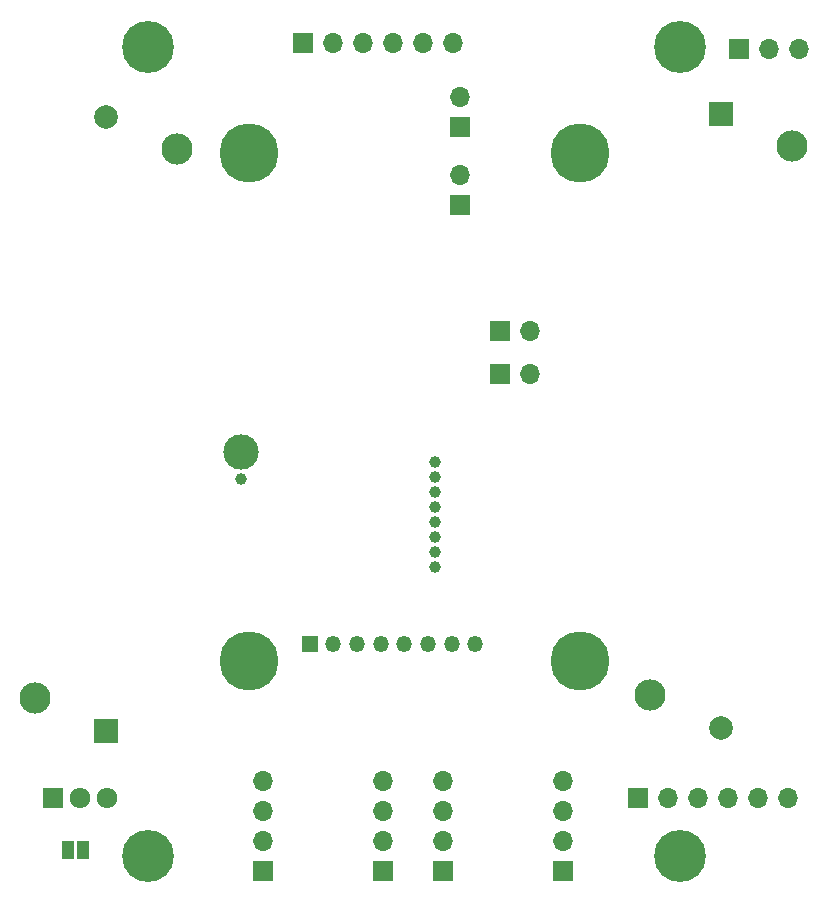
<source format=gbr>
G04 #@! TF.GenerationSoftware,KiCad,Pcbnew,5.1.10-88a1d61d58~88~ubuntu18.04.1*
G04 #@! TF.CreationDate,2021-10-17T10:02:12+02:00*
G04 #@! TF.ProjectId,HB-UNI-SEN-BATT_ATMega1284P_E07-868MS10_FUEL4EP,48422d55-4e49-42d5-9345-4e2d42415454,rev?*
G04 #@! TF.SameCoordinates,Original*
G04 #@! TF.FileFunction,Soldermask,Bot*
G04 #@! TF.FilePolarity,Negative*
%FSLAX46Y46*%
G04 Gerber Fmt 4.6, Leading zero omitted, Abs format (unit mm)*
G04 Created by KiCad (PCBNEW 5.1.10-88a1d61d58~88~ubuntu18.04.1) date 2021-10-17 10:02:12*
%MOMM*%
%LPD*%
G01*
G04 APERTURE LIST*
%ADD10C,5.000000*%
%ADD11O,1.700000X1.700000*%
%ADD12R,1.700000X1.700000*%
%ADD13O,1.350000X1.350000*%
%ADD14R,1.350000X1.350000*%
%ADD15R,2.000000X2.000000*%
%ADD16C,2.000000*%
%ADD17C,2.640000*%
%ADD18C,3.000000*%
%ADD19C,1.000000*%
%ADD20C,0.700000*%
%ADD21C,4.400000*%
%ADD22R,1.000000X1.500000*%
%ADD23O,1.717500X1.800000*%
%ADD24R,1.717500X1.800000*%
G04 APERTURE END LIST*
D10*
X152510800Y-133200000D03*
X152510800Y-90200000D03*
X124510800Y-133200000D03*
X124510800Y-90200000D03*
D11*
X148336000Y-105219500D03*
D12*
X145796000Y-105219500D03*
D11*
X151130000Y-143380000D03*
X151130000Y-145920000D03*
X151130000Y-148460000D03*
D12*
X151130000Y-151000000D03*
D11*
X142400000Y-92075000D03*
D12*
X142400000Y-94615000D03*
D11*
X142400000Y-85471000D03*
D12*
X142400000Y-88011000D03*
D11*
X171069000Y-81343500D03*
X168529000Y-81343500D03*
D12*
X165989000Y-81343500D03*
D13*
X143667000Y-131750000D03*
X141667000Y-131750000D03*
X139667000Y-131750000D03*
X137667000Y-131750000D03*
X135667000Y-131750000D03*
X133667000Y-131750000D03*
X131667000Y-131750000D03*
D14*
X129667000Y-131750000D03*
D15*
X112420000Y-139100000D03*
D16*
X112420000Y-87110000D03*
D17*
X118415000Y-89870000D03*
X106425000Y-136350000D03*
D15*
X164490000Y-86860000D03*
D16*
X164490000Y-138850000D03*
D17*
X158495000Y-136090000D03*
X170485000Y-89610000D03*
D11*
X141770100Y-80860900D03*
X139230100Y-80860900D03*
X136690100Y-80860900D03*
X134150100Y-80860900D03*
X131610100Y-80860900D03*
D12*
X129070100Y-80860900D03*
D18*
X123800000Y-115470000D03*
D19*
X123800000Y-117750000D03*
X140260000Y-116310000D03*
X140260000Y-117580000D03*
X140260000Y-118850000D03*
X140260000Y-120120000D03*
X140260000Y-121390000D03*
X140260000Y-122660000D03*
X140260000Y-123930000D03*
X140260000Y-125200000D03*
D20*
X162272800Y-148477200D03*
X161000000Y-147950000D03*
X159727200Y-148477200D03*
X159200000Y-149750000D03*
X159727200Y-151022800D03*
X161000000Y-151550000D03*
X162272800Y-151022800D03*
X162800000Y-149750000D03*
D21*
X161000000Y-149750000D03*
D20*
X117272800Y-148477200D03*
X116000000Y-147950000D03*
X114727200Y-148477200D03*
X114200000Y-149750000D03*
X114727200Y-151022800D03*
X116000000Y-151550000D03*
X117272800Y-151022800D03*
X117800000Y-149750000D03*
D21*
X116000000Y-149750000D03*
D20*
X162272800Y-79977200D03*
X161000000Y-79450000D03*
X159727200Y-79977200D03*
X159200000Y-81250000D03*
X159727200Y-82522800D03*
X161000000Y-83050000D03*
X162272800Y-82522800D03*
X162800000Y-81250000D03*
D21*
X161000000Y-81250000D03*
D20*
X117272800Y-79977200D03*
X116000000Y-79450000D03*
X114727200Y-79977200D03*
X114200000Y-81250000D03*
X114727200Y-82522800D03*
X116000000Y-83050000D03*
X117272800Y-82522800D03*
X117800000Y-81250000D03*
D21*
X116000000Y-81250000D03*
D22*
X109200000Y-149225000D03*
X110500000Y-149225000D03*
D23*
X112530000Y-144780000D03*
X110240000Y-144780000D03*
D24*
X107950000Y-144780000D03*
D11*
X140970000Y-143383000D03*
X140970000Y-145923000D03*
X140970000Y-148463000D03*
D12*
X140970000Y-151003000D03*
D11*
X135890000Y-143383000D03*
X135890000Y-145923000D03*
X135890000Y-148463000D03*
D12*
X135890000Y-151003000D03*
D11*
X125730000Y-143380000D03*
X125730000Y-145920000D03*
X125730000Y-148460000D03*
D12*
X125730000Y-151000000D03*
D11*
X170180000Y-144780000D03*
X167640000Y-144780000D03*
X165100000Y-144780000D03*
X162560000Y-144780000D03*
X160020000Y-144780000D03*
D12*
X157480000Y-144780000D03*
D11*
X148336000Y-108902500D03*
D12*
X145796000Y-108902500D03*
M02*

</source>
